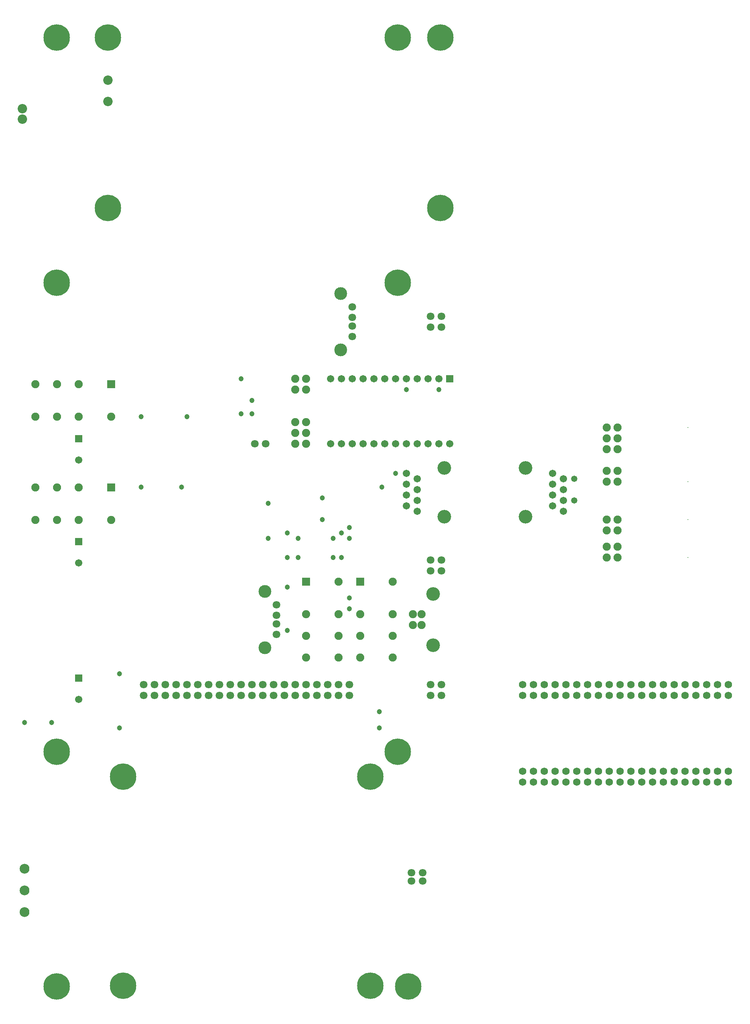
<source format=gts>
G04 Layer_Color=8388736*
%FSLAX44Y44*%
%MOMM*%
G71*
G01*
G75*
%ADD49C,2.2032*%
%ADD50C,6.2032*%
%ADD51C,1.8032*%
%ADD52R,1.7032X1.7032*%
%ADD53C,1.7032*%
%ADD54R,1.9032X1.9032*%
%ADD55C,1.9032*%
%ADD56R,1.9032X1.9032*%
%ADD57C,2.3032*%
%ADD58C,3.0032*%
%ADD59C,3.2032*%
%ADD60C,3.2000*%
%ADD61R,1.7032X1.7032*%
%ADD62C,0.2032*%
%ADD63C,1.7272*%
%ADD64C,1.2032*%
%ADD65C,1.4732*%
D49*
X195000Y1900000D02*
D03*
Y1850000D02*
D03*
X-5000Y1808350D02*
D03*
Y1833350D02*
D03*
D50*
X195000Y2000000D02*
D03*
X975000D02*
D03*
Y1600000D02*
D03*
X195000D02*
D03*
X230700Y-223300D02*
D03*
Y266700D02*
D03*
X810700Y-223300D02*
D03*
Y266700D02*
D03*
X900000Y-225000D02*
D03*
X75000D02*
D03*
X875000Y325000D02*
D03*
X75000D02*
D03*
X875000Y1425000D02*
D03*
X75000D02*
D03*
X875000Y2000000D02*
D03*
X75000D02*
D03*
D51*
X907600Y41700D02*
D03*
Y21700D02*
D03*
X933800D02*
D03*
Y41700D02*
D03*
X381000Y457200D02*
D03*
Y482600D02*
D03*
X355600Y457200D02*
D03*
Y482600D02*
D03*
X330200Y457200D02*
D03*
Y482600D02*
D03*
X304800D02*
D03*
Y457200D02*
D03*
X279400Y482600D02*
D03*
Y457200D02*
D03*
X508000D02*
D03*
Y482600D02*
D03*
X482600Y457200D02*
D03*
Y482600D02*
D03*
X457200Y457200D02*
D03*
Y482600D02*
D03*
X431800D02*
D03*
Y457200D02*
D03*
X406400Y482600D02*
D03*
Y457200D02*
D03*
X635000D02*
D03*
Y482600D02*
D03*
X609600Y457200D02*
D03*
Y482600D02*
D03*
X584200Y457200D02*
D03*
Y482600D02*
D03*
X558800D02*
D03*
Y457200D02*
D03*
X533400Y482600D02*
D03*
Y457200D02*
D03*
X762000D02*
D03*
Y482600D02*
D03*
X736600Y457200D02*
D03*
Y482600D02*
D03*
X711200Y457200D02*
D03*
Y482600D02*
D03*
X685800D02*
D03*
Y457200D02*
D03*
X660400Y482600D02*
D03*
Y457200D02*
D03*
X977900Y1320800D02*
D03*
X952500D02*
D03*
X977900Y1346200D02*
D03*
X952500D02*
D03*
Y482600D02*
D03*
X977900D02*
D03*
X952500Y457200D02*
D03*
X977900D02*
D03*
Y749300D02*
D03*
X952500D02*
D03*
X977900Y774700D02*
D03*
X952500D02*
D03*
X768350Y1298500D02*
D03*
Y1323500D02*
D03*
Y1343500D02*
D03*
Y1368500D02*
D03*
X590550Y600000D02*
D03*
Y625000D02*
D03*
Y645000D02*
D03*
Y670000D02*
D03*
X565150Y1047750D02*
D03*
X539750D02*
D03*
D52*
X996950Y1200150D02*
D03*
D53*
X971550D02*
D03*
X946150D02*
D03*
X920750D02*
D03*
X895350D02*
D03*
X869950D02*
D03*
X844550D02*
D03*
X819150D02*
D03*
X793750D02*
D03*
X768350D02*
D03*
X742950D02*
D03*
X717550D02*
D03*
Y1047750D02*
D03*
X742950D02*
D03*
X768350D02*
D03*
X793750D02*
D03*
X819150D02*
D03*
X844550D02*
D03*
X869950D02*
D03*
X895350D02*
D03*
X920750D02*
D03*
X946150D02*
D03*
X971550D02*
D03*
X996950D02*
D03*
X1263650Y965201D02*
D03*
Y939800D02*
D03*
Y914400D02*
D03*
Y889000D02*
D03*
X1238250Y977900D02*
D03*
Y952500D02*
D03*
Y927100D02*
D03*
Y901740D02*
D03*
X895350Y901700D02*
D03*
Y927100D02*
D03*
Y952500D02*
D03*
Y977900D02*
D03*
X920750Y888999D02*
D03*
Y914400D02*
D03*
Y939800D02*
D03*
Y965160D02*
D03*
X127000Y1009250D02*
D03*
X127000Y447840D02*
D03*
X127000Y767950D02*
D03*
D54*
X203200Y1187450D02*
D03*
X203200Y945350D02*
D03*
D55*
X127000Y1187450D02*
D03*
X76200D02*
D03*
X25400D02*
D03*
X203200Y1111250D02*
D03*
X127000D02*
D03*
X76200D02*
D03*
X25400D02*
D03*
X127000Y945350D02*
D03*
X76200D02*
D03*
X25400D02*
D03*
X203200Y869150D02*
D03*
X127000D02*
D03*
X76200D02*
D03*
X25400D02*
D03*
X787400Y647700D02*
D03*
Y596900D02*
D03*
Y546100D02*
D03*
X863600Y723900D02*
D03*
Y647700D02*
D03*
Y596900D02*
D03*
Y546100D02*
D03*
X660400Y647700D02*
D03*
Y596900D02*
D03*
Y546100D02*
D03*
X736600Y723900D02*
D03*
Y647700D02*
D03*
Y596900D02*
D03*
Y546100D02*
D03*
X1390650Y781050D02*
D03*
Y806450D02*
D03*
X1365250Y781050D02*
D03*
Y806450D02*
D03*
X930750Y647500D02*
D03*
Y622500D02*
D03*
X910750D02*
D03*
Y647500D02*
D03*
X1390650Y844550D02*
D03*
Y869950D02*
D03*
X1365250Y844550D02*
D03*
Y869950D02*
D03*
X1390650Y958850D02*
D03*
Y984250D02*
D03*
X1365250Y958850D02*
D03*
Y984250D02*
D03*
Y1060450D02*
D03*
X1390650D02*
D03*
Y1035050D02*
D03*
Y1085850D02*
D03*
X1365250Y1035050D02*
D03*
Y1085850D02*
D03*
X660400Y1073150D02*
D03*
X635000D02*
D03*
Y1098550D02*
D03*
Y1047750D02*
D03*
X660400Y1098550D02*
D03*
Y1047750D02*
D03*
X635000Y1200150D02*
D03*
Y1174750D02*
D03*
X660400Y1200150D02*
D03*
Y1174750D02*
D03*
D56*
X787400Y723900D02*
D03*
X660400D02*
D03*
D57*
X0Y50800D02*
D03*
Y0D02*
D03*
Y-50800D02*
D03*
D58*
X741250Y1267800D02*
D03*
Y1399200D02*
D03*
X563450Y569300D02*
D03*
Y700700D02*
D03*
D59*
X957850Y574800D02*
D03*
Y695200D02*
D03*
D60*
X1174750Y990601D02*
D03*
Y876300D02*
D03*
X984250Y876300D02*
D03*
Y990600D02*
D03*
D61*
X127000Y1059250D02*
D03*
X127000Y497840D02*
D03*
X127000Y817950D02*
D03*
D62*
X1555750Y781050D02*
D03*
Y869950D02*
D03*
Y958850D02*
D03*
Y1085850D02*
D03*
D63*
X1168400Y457200D02*
D03*
Y482600D02*
D03*
X1651000D02*
D03*
Y457200D02*
D03*
X1625600Y482600D02*
D03*
Y457200D02*
D03*
X1600200Y482600D02*
D03*
Y457200D02*
D03*
X1574800Y482600D02*
D03*
Y457200D02*
D03*
X1549400Y482600D02*
D03*
Y457200D02*
D03*
X1524000Y482600D02*
D03*
Y457200D02*
D03*
X1498600Y482600D02*
D03*
Y457200D02*
D03*
X1473200Y482600D02*
D03*
Y457200D02*
D03*
X1447800Y482600D02*
D03*
Y457200D02*
D03*
X1422400Y482600D02*
D03*
Y457200D02*
D03*
X1397000Y482600D02*
D03*
Y457200D02*
D03*
X1371600Y482600D02*
D03*
Y457200D02*
D03*
X1346200Y482600D02*
D03*
Y457200D02*
D03*
X1320800Y482600D02*
D03*
Y457200D02*
D03*
X1193800D02*
D03*
Y482600D02*
D03*
X1219200Y457200D02*
D03*
Y482600D02*
D03*
X1244600Y457200D02*
D03*
Y482600D02*
D03*
X1270000Y457200D02*
D03*
Y482600D02*
D03*
X1295400Y457200D02*
D03*
Y482600D02*
D03*
Y279400D02*
D03*
Y254000D02*
D03*
X1270000Y279400D02*
D03*
Y254000D02*
D03*
X1244600Y279400D02*
D03*
Y254000D02*
D03*
X1219200Y279400D02*
D03*
Y254000D02*
D03*
X1193800Y279400D02*
D03*
Y254000D02*
D03*
X1320800D02*
D03*
Y279400D02*
D03*
X1346200Y254000D02*
D03*
Y279400D02*
D03*
X1371600Y254000D02*
D03*
Y279400D02*
D03*
X1397000Y254000D02*
D03*
Y279400D02*
D03*
X1422400Y254000D02*
D03*
Y279400D02*
D03*
X1447800Y254000D02*
D03*
Y279400D02*
D03*
X1473200Y254000D02*
D03*
Y279400D02*
D03*
X1498600Y254000D02*
D03*
Y279400D02*
D03*
X1524000Y254000D02*
D03*
Y279400D02*
D03*
X1549400Y254000D02*
D03*
Y279400D02*
D03*
X1574800Y254000D02*
D03*
Y279400D02*
D03*
X1600200Y254000D02*
D03*
Y279400D02*
D03*
X1625600Y254000D02*
D03*
Y279400D02*
D03*
X1651000Y254000D02*
D03*
Y279400D02*
D03*
X1168400D02*
D03*
Y254000D02*
D03*
D64*
X0Y393700D02*
D03*
X222250Y508000D02*
D03*
Y381000D02*
D03*
X831850D02*
D03*
Y419100D02*
D03*
X533400Y1149350D02*
D03*
Y1117600D02*
D03*
X63500Y393700D02*
D03*
X615950Y609600D02*
D03*
X762000Y685800D02*
D03*
Y660400D02*
D03*
X615950Y711200D02*
D03*
X723900Y781050D02*
D03*
X742950D02*
D03*
X641350D02*
D03*
X615950D02*
D03*
X641350Y825500D02*
D03*
X615950Y838200D02*
D03*
X723900Y825500D02*
D03*
X742950Y838200D02*
D03*
X869950Y977900D02*
D03*
X895350Y1174750D02*
D03*
X971550Y1174750D02*
D03*
X838200Y946150D02*
D03*
X698500Y869950D02*
D03*
Y920750D02*
D03*
X762000Y850900D02*
D03*
Y825500D02*
D03*
X571500Y908050D02*
D03*
Y825500D02*
D03*
X508000Y1200150D02*
D03*
Y1117600D02*
D03*
X273050Y1111250D02*
D03*
X381000D02*
D03*
X273050Y946150D02*
D03*
X368300D02*
D03*
D65*
X1289050Y965200D02*
D03*
Y914400D02*
D03*
M02*

</source>
